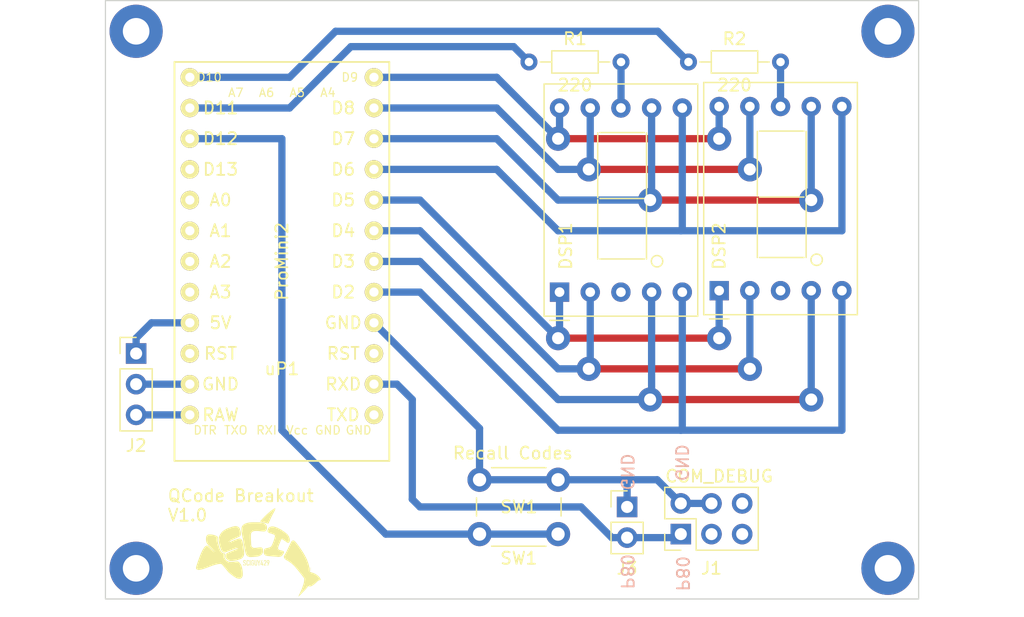
<source format=kicad_pcb>
(kicad_pcb (version 20221018) (generator pcbnew)
  (layers (0 "F.Cu" signal) (31 "B.Cu" signal) (34 "B.Paste" user) (35 "F.Paste" user) (36 "B.SilkS" user "B.Silkscreen") (37 "F.SilkS" user "F.Silkscreen") (38 "B.Mask" user) (39 "F.Mask" user) (44 "Edge.Cuts" user))
  (net 0 "")
  (net 1 "/e")
  (net 2 "/d")
  (net 3 "/dsp1")
  (net 4 "/c")
  (net 5 "/dp")
  (net 6 "/b")
  (net 7 "/a")
  (net 8 "/f")
  (net 9 "/g")
  (net 10 "/dsp2")
  (net 13 "Net-(uP1-PB4)")
  (net 14 "GND")
  (net 18 "Net-(J2-Pin_1)")
  (net 24 "Net-(J1-SOUTC_P80)")
  (net 27 "Net-(J2-Pin_2)")
  (net 28 "Net-(J2-Pin_3)")
  (net 29 "Net-(uP1-PB3)")
  (net 30 "Net-(uP1-PB2)")
  (footprint "Pro Mini EDIT:Pro_Mini_EDIT" (layer "F.Cu") (at 34.925 46.99 180)
    (fp_text reference "uP1" (at 7.62 3.81) (layer "F.SilkS"))
    (fp_text value "ProMini2" (at 7.62 12.7 90) (layer "F.SilkS"))
    (fp_text user "D12" (at 12.7 22.86) (layer "F.SilkS"))
    (fp_text user "RXD" (at 2.54 2.54) (layer "F.SilkS"))
    (fp_text user "A0" (at 12.7 17.78) (layer "F.SilkS"))
    (fp_text user "Vcc" (at 6.35 -1.27) (layer "F.SilkS") (effects (font (size 0.7 0.7) (thickness 0.1))))
    (fp_text user "GND" (at 1.27 -1.27) (layer "F.SilkS") (effects (font (size 0.7 0.7) (thickness 0.1))))
    (fp_text user "RST" (at 2.54 5.08) (layer "F.SilkS"))
    (fp_text user "D5" (at 2.54 17.78) (layer "F.SilkS"))
    (fp_text user "RAW" (at 12.7 0) (layer "F.SilkS"))
    (fp_text user "DTR" (at 13.97 -1.27) (layer "F.SilkS") (effects (font (size 0.7 0.7) (thickness 0.1))))
    (fp_text user "D11" (at 12.7 25.4) (layer "F.SilkS"))
    (fp_text user "TXO" (at 11.43 -1.27) (layer "F.SilkS") (effects (font (size 0.7 0.7) (thickness 0.1))))
    (fp_text user "A4" (at 3.81 26.67) (layer "F.SilkS") (effects (font (size 0.7 0.7) (thickness 0.1))))
    (fp_text user "D9" (at 2 27.94) (layer "F.SilkS") (effects (font (size 0.7 0.7) (thickness 0.1))))
    (fp_text user "5V" (at 12.7 7.62) (layer "F.SilkS"))
    (fp_text user "D4" (at 2.54 15.24) (layer "F.SilkS"))
    (fp_text user "D2" (at 2.54 10.16) (layer "F.SilkS"))
    (fp_text user "D3" (at 2.54 12.7) (layer "F.SilkS"))
    (fp_text user "D8" (at 2.54 25.4) (layer "F.SilkS"))
    (fp_text user "D13" (at 12.7 20.32) (layer "F.SilkS"))
    (fp_text user "RXI" (at 8.89 -1.27) (layer "F.SilkS") (effects (font (size 0.7 0.7) (thickness 0.1))))
    (fp_text user "A1" (at 12.7 15.24) (layer "F.SilkS"))
    (fp_text user "D7" (at 2.54 22.86) (layer "F.SilkS"))
    (fp_text user "A3" (at 12.7 10.16) (layer "F.SilkS"))
    (fp_text user "GND" (at 12.7 2.54) (layer "F.SilkS"))
    (fp_text user "TXD" (at 2.54 0) (layer "F.SilkS"))
    (fp_text user "A6" (at 8.89 26.67) (layer "F.SilkS") (effects (font (size 0.7 0.7) (thickness 0.1))))
    (fp_text user "RST" (at 12.7 5.08) (layer "F.SilkS"))
    (fp_text user "GND" (at 3.81 -1.27) (layer "F.SilkS") (effects (font (size 0.7 0.7) (thickness 0.1))))
    (fp_text user "GND" (at 2.54 7.62) (layer "F.SilkS"))
    (fp_text user "A2" (at 12.7 12.7) (layer "F.SilkS"))
    (fp_text user "A5" (at 6.35 26.67) (layer "F.SilkS") (effects (font (size 0.7 0.7) (thickness 0.1))))
    (fp_text user "D10" (at 13.62 27.94) (layer "F.SilkS") (effects (font (size 0.7 0.7) (thickness 0.1))))
    (fp_text user "D6" (at 2.54 20.32) (layer "F.SilkS"))
    (fp_text user "A7" (at 11.43 26.67) (layer "F.SilkS") (effects (font (size 0.7 0.7) (thickness 0.1))))
    (pad "7" thru_hole circle (at 0 0 180) (size 1.524 1.524) (drill 0.762) (layers "*.Cu" "*.Mask" "F.SilkS"))
    (pad "8" thru_hole circle (at 0 2.54 180) (size 1.524 1.524) (drill 0.762) (layers "*.Cu" "*.Mask" "F.SilkS") (net 24 "Net-(J1-SOUTC_P80)"))
    (pad "9" thru_hole circle (at 0 5.08 180) (size 1.524 1.524) (drill 0.762) (layers "*.Cu" "*.Mask" "F.SilkS"))
    (pad "10" thru_hole circle (at 0 7.62 180) (size 1.524 1.524) (drill 0.762) (layers "*.Cu" "*.Mask" "F.SilkS") (net 14 "GND"))
    (pad "11" thru_hole circle (at 0 10.16 180) (size 1.524 1.524) (drill 0.762) (layers "*.Cu" "*.Mask" "F.SilkS") (net 5 "/dp"))
    (pad "12" thru_hole circle (at 0 12.7 180) (size 1.524 1.524) (drill 0.762) (layers "*.Cu" "*.Mask" "F.SilkS") (net 4 "/c"))
    (pad "13" thru_hole circle (at 0 15.24 180) (size 1.524 1.524) (drill 0.762) (layers "*.Cu" "*.Mask" "F.SilkS") (net 2 "/d"))
    (pad "14" thru_hole circle (at 0 17.78 180) (size 1.524 1.524) (drill 0.762) (layers "*.Cu" "*.Mask" "F.SilkS") (net 1 "/e"))
    (pad "15" thru_hole circle (at 0 20.32 180) (size 1.524 1.524) (drill 0.762) (layers "*.Cu" "*.Mask" "F.SilkS") (net 6 "/b"))
    (pad "16" thru_hole circle (at 0 22.86 180) (size 1.524 1.524) (drill 0.762) (layers "*.Cu" "*.Mask" "F.SilkS") (net 7 "/a"))
    (pad "17" thru_hole circle (at 0 25.4 180) (size 1.524 1.524) (drill 0.762) (layers "*.Cu" "*.Mask" "F.SilkS") (net 8 "/f"))
    (pad "18" thru_hole circle (at 0 27.94 180) (size 1.524 1.524) (drill 0.762) (layers "*.Cu" "*.Mask" "F.SilkS") (net 9 "/g"))
    (pad "19" thru_hole circle (at 15.24 0 180) (size 1.524 1.524) (drill 0.762) (layers "*.Cu" "*.Mask" "F.SilkS") (net 28 "Net-(J2-Pin_3)"))
    (pad "20" thru_hole circle (at 15.24 2.54 180) (size 1.524 1.524) (drill 0.762) (layers "*.Cu" "*.Mask" "F.SilkS") (net 27 "Net-(J2-Pin_2)"))
    (pad "21" thru_hole circle (at 15.24 5.08 180) (size 1.524 1.524) (drill 0.762) (layers "*.Cu" "*.Mask" "F.SilkS"))
    (pad "22" thru_hole circle (at 15.24 7.62 180) (size 1.524 1.524) (drill 0.762) (layers "*.Cu" "*.Mask" "F.SilkS") (net 18 "Net-(J2-Pin_1)"))
    (pad "23" thru_hole circle (at 15.24 10.16 180) (size 1.524 1.524) (drill 0.762) (layers "*.Cu" "*.Mask" "F.SilkS"))
    (pad "24" thru_hole circle (at 15.24 12.7 180) (size 1.524 1.524) (drill 0.762) (layers "*.Cu" "*.Mask" "F.SilkS"))
    (pad "25" thru_hole circle (at 15.24 15.24 180) (size 1.524 1.524) (drill 0.762) (layers "*.Cu" "*.Mask" "F.SilkS"))
    (pad "26" thru_hole circle (at 15.24 17.78 180) (size 1.524 1.524) (drill 0.762) (layers "*.Cu" "*.Mask" "F.SilkS"))
    (pad "27" thru_hole circle (at 15.24 20.32 180) (size 1.524 1.524) (drill 0.762) (layers "*.Cu" "*.Mask" "F.SilkS"))
    (pad "28" thru_hole circle (at 15.24 22.86 180) (size 1.524 1.524) (drill 0.762) (layers "*.Cu" "*.Mask" "F.SilkS") (net 13 "Net-(uP1-PB4)"))
    (pad "29" thru_hole circle (at 15.24 25.4 180) (size 1.524 1.524) (drill 0.762) (layers "*.Cu" "*.Mask" "F.SilkS") (net 29 "Net-(uP1-PB3)"))
    (pad "30" thru_hole circle (at 15.24 27.94 180) (size 1.524 1.524) (drill 0.762) (layers "*.Cu" "*.Mask" "F.SilkS") (net 30 "Net-(uP1-PB2)"))
  )
  (footprint "MountingHole:MountingHole_2.2mm_M2_Pad" (layer "F.Cu") (at 77.47 59.69)
    (fp_text reference "REF**" hide)
    (fp_text value "MountingHole_2.2mm_M2_Pad")
    (pad "1" thru_hole circle (at 0 0) (size 4.4 4.4) (drill 2.2) (layers "*.Cu" "*.Mask"))
  )
  (footprint "Button_Switch_THT:SW_PUSH_6mm_H5mm" (layer "F.Cu") (at 50.165 56.86 180)
    (fp_text reference "SW1" (at 3.25 -2) (layer "F.SilkS"))
    (fp_text value "Recall Codes" (at 3.75 6.7) (layer "F.SilkS"))
    (fp_text user "${REFERENCE}" (at 3.25 2.25) (layer "F.SilkS"))
    (pad "1" thru_hole circle (at 0 0 270) (size 2 2) (drill 1.1) (layers "*.Cu" "*.Mask") (net 13 "Net-(uP1-PB4)"))
    (pad "1" thru_hole circle (at 6.5 0 270) (size 2 2) (drill 1.1) (layers "*.Cu" "*.Mask") (net 13 "Net-(uP1-PB4)"))
    (pad "2" thru_hole circle (at 0 4.5 270) (size 2 2) (drill 1.1) (layers "*.Cu" "*.Mask") (net 14 "GND"))
    (pad "2" thru_hole circle (at 6.5 4.5 270) (size 2 2) (drill 1.1) (layers "*.Cu" "*.Mask") (net 14 "GND"))
  )
  (footprint "Connector_PinHeader_2.54mm:PinHeader_2x03_P2.54mm_Vertical" (layer "F.Cu") (at 60.325 56.86 90)
    (fp_text reference "J1" (at -2.83 2.54 180) (layer "F.SilkS"))
    (fp_text value "COM_DEBUG" (at 4.79 3.175 180) (layer "F.SilkS"))
    (pad "1" thru_hole rect (at 0 0 90) (size 1.7 1.7) (drill 1) (layers "*.Cu" "*.Mask") (net 24 "Net-(J1-SOUTC_P80)"))
    (pad "2" thru_hole oval (at 2.54 0 90) (size 1.7 1.7) (drill 1) (layers "*.Cu" "*.Mask") (net 14 "GND"))
    (pad "3" thru_hole oval (at 0 2.54 90) (size 1.7 1.7) (drill 1) (layers "*.Cu" "*.Mask"))
    (pad "4" thru_hole oval (at 2.54 2.54 90) (size 1.7 1.7) (drill 1) (layers "*.Cu" "*.Mask") (net 14 "GND"))
    (pad "5" thru_hole oval (at 0 5.08 90) (size 1.7 1.7) (drill 1) (layers "*.Cu" "*.Mask"))
    (pad "6" thru_hole oval (at 2.54 5.08 90) (size 1.7 1.7) (drill 1) (layers "*.Cu" "*.Mask"))
  )
  (footprint "Connector_PinHeader_2.54mm:PinHeader_1x03_P2.54mm_Vertical" (layer "F.Cu") (at 15.24 41.91)
    (fp_text reference "J2" (at 0 7.62) (layer "F.SilkS"))
    (fp_text value "Conn_01x03_Pin")
    (pad "1" thru_hole rect (at 0 0) (size 1.7 1.7) (drill 1) (layers "*.Cu" "*.Mask") (net 18 "Net-(J2-Pin_1)"))
    (pad "2" thru_hole oval (at 0 2.54) (size 1.7 1.7) (drill 1) (layers "*.Cu" "*.Mask") (net 27 "Net-(J2-Pin_2)"))
    (pad "3" thru_hole oval (at 0 5.08) (size 1.7 1.7) (drill 1) (layers "*.Cu" "*.Mask") (net 28 "Net-(J2-Pin_3)"))
  )
  (footprint "MountingHole:MountingHole_2.2mm_M2_Pad" (layer "F.Cu") (at 77.47 15.24)
    (fp_text reference "REF**" hide)
    (fp_text value "MountingHole_2.2mm_M2_Pad")
    (pad "1" thru_hole circle (at 0 0) (size 4.4 4.4) (drill 2.2) (layers "*.Cu" "*.Mask"))
  )
  (footprint "Resistor_THT:R_Axial_DIN0204_L3.6mm_D1.6mm_P7.62mm_Horizontal" (layer "F.Cu") (at 47.756627 17.78)
    (fp_text reference "R1" (at 3.81 -1.92) (layer "F.SilkS"))
    (fp_text value "220" (at 3.81 1.92) (layer "F.SilkS"))
    (pad "1" thru_hole circle (at 0 0) (size 1.4 1.4) (drill 0.7) (layers "*.Cu" "*.Mask") (net 29 "Net-(uP1-PB3)"))
    (pad "2" thru_hole oval (at 7.62 0) (size 1.4 1.4) (drill 0.7) (layers "*.Cu" "*.Mask") (net 3 "/dsp1"))
  )
  (footprint "MountingHole:MountingHole_2.2mm_M2_Pad" (layer "F.Cu") (at 15.24 59.69)
    (fp_text reference "REF**" hide)
    (fp_text value "MountingHole_2.2mm_M2_Pad")
    (pad "1" thru_hole circle (at 0 0) (size 4.4 4.4) (drill 2.2) (layers "*.Cu" "*.Mask"))
  )
  (footprint "LOGO" (layer "F.Cu") (at 25.4 58.42)
    (fp_text reference "G***" hide)
    (fp_text value "LOGO" hide)
  )
  (footprint "Display_7Segment:D1X8K" (layer "F.Cu") (at 63.5 36.7075 90)
    (fp_text reference "DSP2" (at 3.6875 0 90) (layer "F.SilkS"))
    (fp_text value "LTS-6960HR")
    (pad "1" thru_hole rect (at 0 0) (size 1.6 1.6) (drill 0.8) (layers "*.Cu" "*.Mask") (net 1 "/e"))
    (pad "2" thru_hole circle (at 0 2.54) (size 1.6 1.6) (drill 0.8) (layers "*.Cu" "*.Mask") (net 2 "/d"))
    (pad "3" thru_hole circle (at 0 5.08) (size 1.6 1.6) (drill 0.8) (layers "*.Cu" "*.Mask"))
    (pad "4" thru_hole circle (at 0 7.62) (size 1.6 1.6) (drill 0.8) (layers "*.Cu" "*.Mask") (net 4 "/c"))
    (pad "5" thru_hole circle (at 0 10.16) (size 1.6 1.6) (drill 0.8) (layers "*.Cu" "*.Mask") (net 5 "/dp"))
    (pad "6" thru_hole circle (at 15.24 10.16) (size 1.6 1.6) (drill 0.8) (layers "*.Cu" "*.Mask") (net 6 "/b"))
    (pad "7" thru_hole circle (at 15.24 7.62) (size 1.6 1.6) (drill 0.8) (layers "*.Cu" "*.Mask") (net 7 "/a"))
    (pad "8" thru_hole circle (at 15.24 5.08) (size 1.6 1.6) (drill 0.8) (layers "*.Cu" "*.Mask") (net 10 "/dsp2"))
    (pad "9" thru_hole circle (at 15.24 2.54) (size 1.6 1.6) (drill 0.8) (layers "*.Cu" "*.Mask") (net 8 "/f"))
    (pad "10" thru_hole circle (at 15.24 0) (size 1.6 1.6) (drill 0.8) (layers "*.Cu" "*.Mask") (net 9 "/g"))
  )
  (footprint "Resistor_THT:R_Axial_DIN0204_L3.6mm_D1.6mm_P7.62mm_Horizontal" (layer "F.Cu") (at 60.96 17.78)
    (fp_text reference "R2" (at 3.81 -1.92) (layer "F.SilkS"))
    (fp_text value "220" (at 3.81 1.92) (layer "F.SilkS"))
    (pad "1" thru_hole circle (at 0 0) (size 1.4 1.4) (drill 0.7) (layers "*.Cu" "*.Mask") (net 30 "Net-(uP1-PB2)"))
    (pad "2" thru_hole oval (at 7.62 0) (size 1.4 1.4) (drill 0.7) (layers "*.Cu" "*.Mask") (net 10 "/dsp2"))
  )
  (footprint "Display_7Segment:D1X8K" (layer "F.Cu") (at 50.2875 36.83 90)
    (fp_text reference "DSP1" (at 3.81 0.5125 90) (layer "F.SilkS"))
    (fp_text value "LTS-6960HR")
    (pad "1" thru_hole rect (at 0 0) (size 1.6 1.6) (drill 0.8) (layers "*.Cu" "*.Mask") (net 1 "/e"))
    (pad "2" thru_hole circle (at 0 2.54) (size 1.6 1.6) (drill 0.8) (layers "*.Cu" "*.Mask") (net 2 "/d"))
    (pad "3" thru_hole circle (at 0 5.08) (size 1.6 1.6) (drill 0.8) (layers "*.Cu" "*.Mask"))
    (pad "4" thru_hole circle (at 0 7.62) (size 1.6 1.6) (drill 0.8) (layers "*.Cu" "*.Mask") (net 4 "/c"))
    (pad "5" thru_hole circle (at 0 10.16) (size 1.6 1.6) (drill 0.8) (layers "*.Cu" "*.Mask") (net 5 "/dp"))
    (pad "6" thru_hole circle (at 15.24 10.16) (size 1.6 1.6) (drill 0.8) (layers "*.Cu" "*.Mask") (net 6 "/b"))
    (pad "7" thru_hole circle (at 15.24 7.62) (size 1.6 1.6) (drill 0.8) (layers "*.Cu" "*.Mask") (net 7 "/a"))
    (pad "8" thru_hole circle (at 15.24 5.08) (size 1.6 1.6) (drill 0.8) (layers "*.Cu" "*.Mask") (net 3 "/dsp1"))
    (pad "9" thru_hole circle (at 15.24 2.54) (size 1.6 1.6) (drill 0.8) (layers "*.Cu" "*.Mask") (net 8 "/f"))
    (pad "10" thru_hole circle (at 15.24 0) (size 1.6 1.6) (drill 0.8) (layers "*.Cu" "*.Mask") (net 9 "/g"))
  )
  (footprint "Connector_PinHeader_2.54mm:PinHeader_1x02_P2.54mm_Vertical" (layer "F.Cu") (at 55.88 54.61)
    (fp_text reference "J3" (at 0 5.08) (layer "F.SilkS"))
    (fp_text value "Conn_01x02_Pin")
    (pad "1" thru_hole rect (at 0 0) (size 1.7 1.7) (drill 1) (layers "*.Cu" "*.Mask") (net 14 "GND"))
    (pad "2" thru_hole oval (at 0 2.54) (size 1.7 1.7) (drill 1) (layers "*.Cu" "*.Mask") (net 24 "Net-(J1-SOUTC_P80)"))
  )
  (footprint "MountingHole:MountingHole_2.2mm_M2_Pad" (layer "F.Cu") (at 15.24 15.24)
    (fp_text reference "REF**" hide)
    (fp_text value "MountingHole_2.2mm_M2_Pad")
    (pad "1" thru_hole circle (at 0 0) (size 4.4 4.4) (drill 2.2) (layers "*.Cu" "*.Mask"))
  )
  (gr_rect (start 12.7 12.7) (end 80.01 62.23) (stroke (width 0.1)) (fill none) (layer "Edge.Cuts"))
  (gr_text "P80" (at 59.871611 58.581268 270) (layer "B.SilkS") (effects (font (size 1 1)) (justify right bottom mirror)))
  (gr_text "P80" (at 55.88 58.42 270) (layer "B.SilkS") (effects (font (size 1 1)) (justify right mirror)))
  (gr_text "GND" (at 55.88 53.34 270) (layer "B.SilkS") (effects (font (size 1 1)) (justify left mirror)))
  (gr_text "GND" (at 59.804858 52.573508 270) (layer "B.SilkS") (effects (font (size 1 1)) (justify left bottom mirror)))
  (gr_text "QCode Breakout\nV1.0" (at 17.78 55.88) (layer "F.SilkS") (effects (font (size 1 1)) (justify left bottom)))
  (segment (start 50.165 40.64) (end 63.5 40.64) (width 0.6) (layer "F.Cu") (net 1))
  (via (at 50.165 40.64) (size 2) (drill 1) (layers "F.Cu" "B.Cu") (net 1))
  (via (at 63.5 40.64) (size 2) (drill 1) (layers "F.Cu" "B.Cu") (net 1))
  (segment (start 34.925 29.21) (end 38.735 29.21) (width 0.6) (layer "B.Cu") (net 1))
  (segment (start 63.5 40.64) (end 63.5 36.7075) (width 0.6) (layer "B.Cu") (net 1))
  (segment (start 50.165 40.64) (end 50.2875 40.5175) (width 0.6) (layer "B.Cu") (net 1))
  (segment (start 50.2875 40.5175) (end 50.2875 36.83) (width 0.6) (layer "B.Cu") (net 1))
  (segment (start 38.735 29.21) (end 50.165 40.64) (width 0.6) (layer "B.Cu") (net 1))
  (segment (start 52.705 43.18) (end 66.04 43.18) (width 0.6) (layer "F.Cu") (net 2))
  (via (at 52.705 43.18) (size 2) (drill 1) (layers "F.Cu" "B.Cu") (net 2))
  (via (at 66.04 43.18) (size 2) (drill 1) (layers "F.Cu" "B.Cu") (net 2))
  (segment (start 52.705 43.18) (end 52.8275 43.0575) (width 0.6) (layer "B.Cu") (net 2))
  (segment (start 34.925 31.75) (end 38.735 31.75) (width 0.6) (layer "B.Cu") (net 2))
  (segment (start 50.165 43.18) (end 52.705 43.18) (width 0.6) (layer "B.Cu") (net 2))
  (segment (start 66.04 43.18) (end 66.04 36.7075) (width 0.6) (layer "B.Cu") (net 2))
  (segment (start 52.8275 43.0575) (end 52.8275 36.83) (width 0.6) (layer "B.Cu") (net 2))
  (segment (start 38.735 31.75) (end 50.165 43.18) (width 0.6) (layer "B.Cu") (net 2))
  (segment (start 55.376627 17.78) (end 55.376627 21.580873) (width 0.6) (layer "B.Cu") (net 3))
  (segment (start 55.376627 21.580873) (end 55.3675 21.59) (width 0.6) (layer "B.Cu") (net 3))
  (segment (start 57.785 45.72) (end 71.12 45.72) (width 0.6) (layer "F.Cu") (net 4))
  (via (at 71.12 45.72) (size 2) (drill 1) (layers "F.Cu" "B.Cu") (net 4))
  (via (at 57.785 45.72) (size 2) (drill 1) (layers "F.Cu" "B.Cu") (net 4))
  (segment (start 34.925 34.29) (end 38.735 34.29) (width 0.6) (layer "B.Cu") (net 4))
  (segment (start 71.12 45.72) (end 71.12 36.7075) (width 0.6) (layer "B.Cu") (net 4))
  (segment (start 57.785 45.72) (end 57.9075 45.5975) (width 0.6) (layer "B.Cu") (net 4))
  (segment (start 38.735 34.29) (end 50.165 45.72) (width 0.6) (layer "B.Cu") (net 4))
  (segment (start 50.165 45.72) (end 57.785 45.72) (width 0.6) (layer "B.Cu") (net 4))
  (segment (start 57.9075 45.5975) (end 57.9075 36.83) (width 0.6) (layer "B.Cu") (net 4))
  (segment (start 38.735 36.83) (end 50.165 48.26) (width 0.6) (layer "B.Cu") (net 5))
  (segment (start 60.4475 48.1375) (end 60.4475 36.83) (width 0.6) (layer "B.Cu") (net 5))
  (segment (start 73.66 48.26) (end 73.66 36.7075) (width 0.6) (layer "B.Cu") (net 5))
  (segment (start 50.165 48.26) (end 60.325 48.26) (width 0.6) (layer "B.Cu") (net 5))
  (segment (start 60.325 48.26) (end 60.4475 48.1375) (width 0.6) (layer "B.Cu") (net 5))
  (segment (start 34.925 36.83) (end 38.735 36.83) (width 0.6) (layer "B.Cu") (net 5))
  (segment (start 60.325 48.26) (end 73.66 48.26) (width 0.6) (layer "B.Cu") (net 5))
  (segment (start 60.325 31.75) (end 60.4475 31.6275) (width 0.6) (layer "B.Cu") (net 6))
  (segment (start 34.925 26.67) (end 45.085 26.67) (width 0.6) (layer "B.Cu") (net 6))
  (segment (start 60.4475 31.6275) (end 60.4475 21.59) (width 0.6) (layer "B.Cu") (net 6))
  (segment (start 73.66 31.75) (end 73.66 21.4675) (width 0.6) (layer "B.Cu") (net 6))
  (segment (start 50.165 31.75) (end 60.325 31.75) (width 0.6) (layer "B.Cu") (net 6))
  (segment (start 45.085 26.67) (end 50.165 31.75) (width 0.6) (layer "B.Cu") (net 6))
  (segment (start 60.325 31.75) (end 73.66 31.75) (width 0.6) (layer "B.Cu") (net 6))
  (segment (start 57.785 29.21) (end 71.12 29.21) (width 0.6) (layer "F.Cu") (net 7))
  (via (at 57.785 29.21) (size 2) (drill 1) (layers "F.Cu" "B.Cu") (net 7))
  (via (at 71.12 29.21) (size 2) (drill 1) (layers "F.Cu" "B.Cu") (net 7))
  (segment (start 45.085 24.13) (end 50.165 29.21) (width 0.6) (layer "B.Cu") (net 7))
  (segment (start 57.785 29.21) (end 57.9075 29.0875) (width 0.6) (layer "B.Cu") (net 7))
  (segment (start 34.925 24.13) (end 45.085 24.13) (width 0.6) (layer "B.Cu") (net 7))
  (segment (start 50.165 29.21) (end 57.785 29.21) (width 0.6) (layer "B.Cu") (net 7))
  (segment (start 57.9075 29.0875) (end 57.9075 21.59) (width 0.6) (layer "B.Cu") (net 7))
  (segment (start 71.12 29.21) (end 71.12 21.4675) (width 0.6) (layer "B.Cu") (net 7))
  (segment (start 52.705 26.67) (end 66.04 26.67) (width 0.6) (layer "F.Cu") (net 8))
  (via (at 52.705 26.67) (size 2) (drill 1) (layers "F.Cu" "B.Cu") (net 8))
  (via (at 66.04 26.67) (size 2) (drill 1) (layers "F.Cu" "B.Cu") (net 8))
  (segment (start 52.8275 26.5475) (end 52.8275 21.59) (width 0.6) (layer "B.Cu") (net 8))
  (segment (start 52.705 26.67) (end 52.8275 26.5475) (width 0.6) (layer "B.Cu") (net 8))
  (segment (start 50.165 26.67) (end 52.705 26.67) (width 0.6) (layer "B.Cu") (net 8))
  (segment (start 66.04 26.67) (end 66.04 21.4675) (width 0.6) (layer "B.Cu") (net 8))
  (segment (start 45.085 21.59) (end 50.165 26.67) (width 0.6) (layer "B.Cu") (net 8))
  (segment (start 34.925 21.59) (end 45.085 21.59) (width 0.6) (layer "B.Cu") (net 8))
  (segment (start 50.165 24.13) (end 63.5 24.13) (width 0.6) (layer "F.Cu") (net 9))
  (via (at 50.165 24.13) (size 2) (drill 1) (layers "F.Cu" "B.Cu") (net 9))
  (via (at 63.5 24.13) (size 2) (drill 1) (layers "F.Cu" "B.Cu") (net 9))
  (segment (start 63.5 24.13) (end 63.5 21.4675) (width 0.6) (layer "B.Cu") (net 9))
  (segment (start 50.165 24.13) (end 50.2875 24.0075) (width 0.6) (layer "B.Cu") (net 9))
  (segment (start 45.085 19.05) (end 50.165 24.13) (width 0.6) (layer "B.Cu") (net 9))
  (segment (start 34.925 19.05) (end 45.085 19.05) (width 0.6) (layer "B.Cu") (net 9))
  (segment (start 50.2875 24.0075) (end 50.2875 21.59) (width 0.6) (layer "B.Cu") (net 9))
  (segment (start 68.58 17.78) (end 68.58 21.4675) (width 0.6) (layer "B.Cu") (net 10))
  (segment (start 35.905 56.86) (end 27.305 48.26) (width 0.6) (layer "B.Cu") (net 13))
  (segment (start 50.165 56.86) (end 43.665 56.86) (width 0.6) (layer "B.Cu") (net 13))
  (segment (start 27.305 24.13) (end 19.685 24.13) (width 0.6) (layer "B.Cu") (net 13))
  (segment (start 27.305 48.26) (end 27.305 24.13) (width 0.6) (layer "B.Cu") (net 13))
  (segment (start 43.665 56.86) (end 35.905 56.86) (width 0.6) (layer "B.Cu") (net 13))
  (segment (start 34.925 39.37) (end 43.665 48.11) (width 0.6) (layer "B.Cu") (net 14))
  (segment (start 55.88 54.61) (end 55.88 52.36) (width 0.6) (layer "B.Cu") (net 14))
  (segment (start 58.365 52.36) (end 60.325 54.32) (width 0.6) (layer "B.Cu") (net 14))
  (segment (start 55.88 52.36) (end 58.365 52.36) (width 0.6) (layer "B.Cu") (net 14))
  (segment (start 60.325 54.32) (end 62.865 54.32) (width 0.6) (layer "B.Cu") (net 14))
  (segment (start 50.165 52.36) (end 55.88 52.36) (width 0.6) (layer "B.Cu") (net 14))
  (segment (start 43.665 52.36) (end 50.165 52.36) (width 0.6) (layer "B.Cu") (net 14))
  (segment (start 43.665 48.11) (end 43.665 52.36) (width 0.6) (layer "B.Cu") (net 14))
  (segment (start 15.24 41.91) (end 15.24 40.64) (width 0.6) (layer "B.Cu") (net 18))
  (segment (start 15.24 40.64) (end 16.51 39.37) (width 0.6) (layer "B.Cu") (net 18))
  (segment (start 16.51 39.37) (end 19.685 39.37) (width 0.6) (layer "B.Cu") (net 18))
  (segment (start 55.88 57.15) (end 54.61 57.15) (width 0.6) (layer "B.Cu") (net 24))
  (segment (start 38.735 54.61) (end 38.1 53.975) (width 0.6) (layer "B.Cu") (net 24))
  (segment (start 36.83 44.45) (end 34.925 44.45) (width 0.6) (layer "B.Cu") (net 24))
  (segment (start 52.07 54.61) (end 38.735 54.61) (width 0.6) (layer "B.Cu") (net 24))
  (segment (start 38.1 53.975) (end 38.1 45.72) (width 0.6) (layer "B.Cu") (net 24))
  (segment (start 55.88 57.15) (end 60.035 57.15) (width 0.6) (layer "B.Cu") (net 24))
  (segment (start 38.1 45.72) (end 36.83 44.45) (width 0.6) (layer "B.Cu") (net 24))
  (segment (start 60.035 57.15) (end 60.325 56.86) (width 0.6) (layer "B.Cu") (net 24))
  (segment (start 54.61 57.15) (end 52.07 54.61) (width 0.6) (layer "B.Cu") (net 24))
  (segment (start 15.24 44.45) (end 19.685 44.45) (width 0.6) (layer "B.Cu") (net 27))
  (segment (start 15.24 46.99) (end 19.685 46.99) (width 0.6) (layer "B.Cu") (net 28))
  (segment (start 33.02 16.51) (end 46.486627 16.51) (width 0.6) (layer "B.Cu") (net 29))
  (segment (start 27.94 21.59) (end 33.02 16.51) (width 0.6) (layer "B.Cu") (net 29))
  (segment (start 46.486627 16.51) (end 47.756627 17.78) (width 0.6) (layer "B.Cu") (net 29))
  (segment (start 19.685 21.59) (end 27.94 21.59) (width 0.6) (layer "B.Cu") (net 29))
  (segment (start 58.42 15.24) (end 60.96 17.78) (width 0.6) (layer "B.Cu") (net 30))
  (segment (start 19.685 19.05) (end 27.94 19.05) (width 0.6) (layer "B.Cu") (net 30))
  (segment (start 27.94 19.05) (end 31.75 15.24) (width 0.6) (layer "B.Cu") (net 30))
  (segment (start 31.75 15.24) (end 58.42 15.24) (width 0.6) (layer "B.Cu") (net 30))
)
</source>
